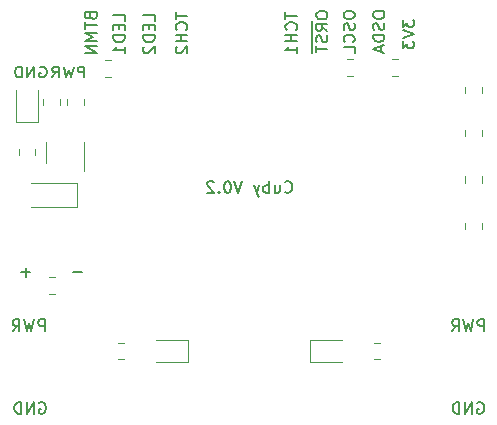
<source format=gbr>
G04 #@! TF.GenerationSoftware,KiCad,Pcbnew,(5.1.4)-1*
G04 #@! TF.CreationDate,2019-12-03T21:31:11+01:00*
G04 #@! TF.ProjectId,Top,546f702e-6b69-4636-9164-5f7063625858,rev?*
G04 #@! TF.SameCoordinates,Original*
G04 #@! TF.FileFunction,Legend,Bot*
G04 #@! TF.FilePolarity,Positive*
%FSLAX46Y46*%
G04 Gerber Fmt 4.6, Leading zero omitted, Abs format (unit mm)*
G04 Created by KiCad (PCBNEW (5.1.4)-1) date 2019-12-03 21:31:11*
%MOMM*%
%LPD*%
G04 APERTURE LIST*
%ADD10C,0.150000*%
%ADD11C,0.120000*%
G04 APERTURE END LIST*
D10*
X136355952Y-118171428D02*
X135594047Y-118171428D01*
X131955952Y-118171428D02*
X131194047Y-118171428D01*
X131575000Y-118552380D02*
X131575000Y-117790476D01*
X153501190Y-111332142D02*
X153548809Y-111379761D01*
X153691666Y-111427380D01*
X153786904Y-111427380D01*
X153929761Y-111379761D01*
X154025000Y-111284523D01*
X154072619Y-111189285D01*
X154120238Y-110998809D01*
X154120238Y-110855952D01*
X154072619Y-110665476D01*
X154025000Y-110570238D01*
X153929761Y-110475000D01*
X153786904Y-110427380D01*
X153691666Y-110427380D01*
X153548809Y-110475000D01*
X153501190Y-110522619D01*
X152644047Y-110760714D02*
X152644047Y-111427380D01*
X153072619Y-110760714D02*
X153072619Y-111284523D01*
X153025000Y-111379761D01*
X152929761Y-111427380D01*
X152786904Y-111427380D01*
X152691666Y-111379761D01*
X152644047Y-111332142D01*
X152167857Y-111427380D02*
X152167857Y-110427380D01*
X152167857Y-110808333D02*
X152072619Y-110760714D01*
X151882142Y-110760714D01*
X151786904Y-110808333D01*
X151739285Y-110855952D01*
X151691666Y-110951190D01*
X151691666Y-111236904D01*
X151739285Y-111332142D01*
X151786904Y-111379761D01*
X151882142Y-111427380D01*
X152072619Y-111427380D01*
X152167857Y-111379761D01*
X151358333Y-110760714D02*
X151120238Y-111427380D01*
X150882142Y-110760714D02*
X151120238Y-111427380D01*
X151215476Y-111665476D01*
X151263095Y-111713095D01*
X151358333Y-111760714D01*
X149882142Y-110427380D02*
X149548809Y-111427380D01*
X149215476Y-110427380D01*
X148691666Y-110427380D02*
X148596428Y-110427380D01*
X148501190Y-110475000D01*
X148453571Y-110522619D01*
X148405952Y-110617857D01*
X148358333Y-110808333D01*
X148358333Y-111046428D01*
X148405952Y-111236904D01*
X148453571Y-111332142D01*
X148501190Y-111379761D01*
X148596428Y-111427380D01*
X148691666Y-111427380D01*
X148786904Y-111379761D01*
X148834523Y-111332142D01*
X148882142Y-111236904D01*
X148929761Y-111046428D01*
X148929761Y-110808333D01*
X148882142Y-110617857D01*
X148834523Y-110522619D01*
X148786904Y-110475000D01*
X148691666Y-110427380D01*
X147929761Y-111332142D02*
X147882142Y-111379761D01*
X147929761Y-111427380D01*
X147977380Y-111379761D01*
X147929761Y-111332142D01*
X147929761Y-111427380D01*
X147501190Y-110522619D02*
X147453571Y-110475000D01*
X147358333Y-110427380D01*
X147120238Y-110427380D01*
X147025000Y-110475000D01*
X146977380Y-110522619D01*
X146929761Y-110617857D01*
X146929761Y-110713095D01*
X146977380Y-110855952D01*
X147548809Y-111427380D01*
X146929761Y-111427380D01*
D11*
X130715000Y-105435000D02*
X130715000Y-102750000D01*
X132635000Y-105435000D02*
X130715000Y-105435000D01*
X132635000Y-102750000D02*
X132635000Y-105435000D01*
X133315000Y-108900000D02*
X133315000Y-107100000D01*
X136535000Y-107100000D02*
X136535000Y-109550000D01*
X133503922Y-118540000D02*
X134021078Y-118540000D01*
X133503922Y-119960000D02*
X134021078Y-119960000D01*
X170210000Y-114508578D02*
X170210000Y-113991422D01*
X168790000Y-114508578D02*
X168790000Y-113991422D01*
X168790000Y-110558578D02*
X168790000Y-110041422D01*
X170210000Y-110558578D02*
X170210000Y-110041422D01*
X168790000Y-106141422D02*
X168790000Y-106658578D01*
X170210000Y-106141422D02*
X170210000Y-106658578D01*
X159246078Y-101535000D02*
X158728922Y-101535000D01*
X159246078Y-100115000D02*
X158728922Y-100115000D01*
X163071078Y-100115000D02*
X162553922Y-100115000D01*
X163071078Y-101535000D02*
X162553922Y-101535000D01*
X134435000Y-104008578D02*
X134435000Y-103491422D01*
X133015000Y-104008578D02*
X133015000Y-103491422D01*
X138266422Y-100165000D02*
X138783578Y-100165000D01*
X138266422Y-101585000D02*
X138783578Y-101585000D01*
X132385000Y-107741422D02*
X132385000Y-108258578D01*
X130965000Y-107741422D02*
X130965000Y-108258578D01*
X136485000Y-104008578D02*
X136485000Y-103491422D01*
X135065000Y-104008578D02*
X135065000Y-103491422D01*
X168790000Y-102491422D02*
X168790000Y-103008578D01*
X170210000Y-102491422D02*
X170210000Y-103008578D01*
X135900000Y-110625000D02*
X135900000Y-112625000D01*
X135900000Y-112625000D02*
X132000000Y-112625000D01*
X135900000Y-110625000D02*
X132000000Y-110625000D01*
X142600000Y-123865000D02*
X145285000Y-123865000D01*
X145285000Y-123865000D02*
X145285000Y-125785000D01*
X145285000Y-125785000D02*
X142600000Y-125785000D01*
X158325000Y-125785000D02*
X155640000Y-125785000D01*
X155640000Y-125785000D02*
X155640000Y-123865000D01*
X155640000Y-123865000D02*
X158325000Y-123865000D01*
X139341422Y-125535000D02*
X139858578Y-125535000D01*
X139341422Y-124115000D02*
X139858578Y-124115000D01*
X161583578Y-125535000D02*
X161066422Y-125535000D01*
X161583578Y-124115000D02*
X161066422Y-124115000D01*
D10*
X163507142Y-96761904D02*
X163507142Y-97380952D01*
X163850000Y-97047619D01*
X163850000Y-97190476D01*
X163892857Y-97285714D01*
X163935714Y-97333333D01*
X164021428Y-97380952D01*
X164235714Y-97380952D01*
X164321428Y-97333333D01*
X164364285Y-97285714D01*
X164407142Y-97190476D01*
X164407142Y-96904761D01*
X164364285Y-96809523D01*
X164321428Y-96761904D01*
X163507142Y-97666666D02*
X164407142Y-98000000D01*
X163507142Y-98333333D01*
X163507142Y-98571428D02*
X163507142Y-99190476D01*
X163850000Y-98857142D01*
X163850000Y-99000000D01*
X163892857Y-99095238D01*
X163935714Y-99142857D01*
X164021428Y-99190476D01*
X164235714Y-99190476D01*
X164321428Y-99142857D01*
X164364285Y-99095238D01*
X164407142Y-99000000D01*
X164407142Y-98714285D01*
X164364285Y-98619047D01*
X164321428Y-98571428D01*
X156182142Y-96297619D02*
X156182142Y-96488095D01*
X156225000Y-96583333D01*
X156310714Y-96678571D01*
X156482142Y-96726190D01*
X156782142Y-96726190D01*
X156953571Y-96678571D01*
X157039285Y-96583333D01*
X157082142Y-96488095D01*
X157082142Y-96297619D01*
X157039285Y-96202380D01*
X156953571Y-96107142D01*
X156782142Y-96059523D01*
X156482142Y-96059523D01*
X156310714Y-96107142D01*
X156225000Y-96202380D01*
X156182142Y-96297619D01*
X155832000Y-96916666D02*
X155832000Y-97916666D01*
X157082142Y-97726190D02*
X156653571Y-97392857D01*
X157082142Y-97154761D02*
X156182142Y-97154761D01*
X156182142Y-97535714D01*
X156225000Y-97630952D01*
X156267857Y-97678571D01*
X156353571Y-97726190D01*
X156482142Y-97726190D01*
X156567857Y-97678571D01*
X156610714Y-97630952D01*
X156653571Y-97535714D01*
X156653571Y-97154761D01*
X155832000Y-97916666D02*
X155832000Y-98869047D01*
X157039285Y-98107142D02*
X157082142Y-98250000D01*
X157082142Y-98488095D01*
X157039285Y-98583333D01*
X156996428Y-98630952D01*
X156910714Y-98678571D01*
X156825000Y-98678571D01*
X156739285Y-98630952D01*
X156696428Y-98583333D01*
X156653571Y-98488095D01*
X156610714Y-98297619D01*
X156567857Y-98202380D01*
X156525000Y-98154761D01*
X156439285Y-98107142D01*
X156353571Y-98107142D01*
X156267857Y-98154761D01*
X156225000Y-98202380D01*
X156182142Y-98297619D01*
X156182142Y-98535714D01*
X156225000Y-98678571D01*
X155832000Y-98869047D02*
X155832000Y-99630952D01*
X156182142Y-98964285D02*
X156182142Y-99535714D01*
X157082142Y-99250000D02*
X156182142Y-99250000D01*
X158507142Y-96273809D02*
X158507142Y-96464285D01*
X158550000Y-96559523D01*
X158635714Y-96654761D01*
X158807142Y-96702380D01*
X159107142Y-96702380D01*
X159278571Y-96654761D01*
X159364285Y-96559523D01*
X159407142Y-96464285D01*
X159407142Y-96273809D01*
X159364285Y-96178571D01*
X159278571Y-96083333D01*
X159107142Y-96035714D01*
X158807142Y-96035714D01*
X158635714Y-96083333D01*
X158550000Y-96178571D01*
X158507142Y-96273809D01*
X159364285Y-97083333D02*
X159407142Y-97226190D01*
X159407142Y-97464285D01*
X159364285Y-97559523D01*
X159321428Y-97607142D01*
X159235714Y-97654761D01*
X159150000Y-97654761D01*
X159064285Y-97607142D01*
X159021428Y-97559523D01*
X158978571Y-97464285D01*
X158935714Y-97273809D01*
X158892857Y-97178571D01*
X158850000Y-97130952D01*
X158764285Y-97083333D01*
X158678571Y-97083333D01*
X158592857Y-97130952D01*
X158550000Y-97178571D01*
X158507142Y-97273809D01*
X158507142Y-97511904D01*
X158550000Y-97654761D01*
X159321428Y-98654761D02*
X159364285Y-98607142D01*
X159407142Y-98464285D01*
X159407142Y-98369047D01*
X159364285Y-98226190D01*
X159278571Y-98130952D01*
X159192857Y-98083333D01*
X159021428Y-98035714D01*
X158892857Y-98035714D01*
X158721428Y-98083333D01*
X158635714Y-98130952D01*
X158550000Y-98226190D01*
X158507142Y-98369047D01*
X158507142Y-98464285D01*
X158550000Y-98607142D01*
X158592857Y-98654761D01*
X159407142Y-99559523D02*
X159407142Y-99083333D01*
X158507142Y-99083333D01*
X161007142Y-96250000D02*
X161007142Y-96440476D01*
X161050000Y-96535714D01*
X161135714Y-96630952D01*
X161307142Y-96678571D01*
X161607142Y-96678571D01*
X161778571Y-96630952D01*
X161864285Y-96535714D01*
X161907142Y-96440476D01*
X161907142Y-96250000D01*
X161864285Y-96154761D01*
X161778571Y-96059523D01*
X161607142Y-96011904D01*
X161307142Y-96011904D01*
X161135714Y-96059523D01*
X161050000Y-96154761D01*
X161007142Y-96250000D01*
X161864285Y-97059523D02*
X161907142Y-97202380D01*
X161907142Y-97440476D01*
X161864285Y-97535714D01*
X161821428Y-97583333D01*
X161735714Y-97630952D01*
X161650000Y-97630952D01*
X161564285Y-97583333D01*
X161521428Y-97535714D01*
X161478571Y-97440476D01*
X161435714Y-97250000D01*
X161392857Y-97154761D01*
X161350000Y-97107142D01*
X161264285Y-97059523D01*
X161178571Y-97059523D01*
X161092857Y-97107142D01*
X161050000Y-97154761D01*
X161007142Y-97250000D01*
X161007142Y-97488095D01*
X161050000Y-97630952D01*
X161907142Y-98059523D02*
X161007142Y-98059523D01*
X161007142Y-98297619D01*
X161050000Y-98440476D01*
X161135714Y-98535714D01*
X161221428Y-98583333D01*
X161392857Y-98630952D01*
X161521428Y-98630952D01*
X161692857Y-98583333D01*
X161778571Y-98535714D01*
X161864285Y-98440476D01*
X161907142Y-98297619D01*
X161907142Y-98059523D01*
X161650000Y-99011904D02*
X161650000Y-99488095D01*
X161907142Y-98916666D02*
X161007142Y-99250000D01*
X161907142Y-99583333D01*
X132761904Y-100800000D02*
X132857142Y-100757142D01*
X133000000Y-100757142D01*
X133142857Y-100800000D01*
X133238095Y-100885714D01*
X133285714Y-100971428D01*
X133333333Y-101142857D01*
X133333333Y-101271428D01*
X133285714Y-101442857D01*
X133238095Y-101528571D01*
X133142857Y-101614285D01*
X133000000Y-101657142D01*
X132904761Y-101657142D01*
X132761904Y-101614285D01*
X132714285Y-101571428D01*
X132714285Y-101271428D01*
X132904761Y-101271428D01*
X132285714Y-101657142D02*
X132285714Y-100757142D01*
X131714285Y-101657142D01*
X131714285Y-100757142D01*
X131238095Y-101657142D02*
X131238095Y-100757142D01*
X131000000Y-100757142D01*
X130857142Y-100800000D01*
X130761904Y-100885714D01*
X130714285Y-100971428D01*
X130666666Y-101142857D01*
X130666666Y-101271428D01*
X130714285Y-101442857D01*
X130761904Y-101528571D01*
X130857142Y-101614285D01*
X131000000Y-101657142D01*
X131238095Y-101657142D01*
X136533333Y-101657142D02*
X136533333Y-100757142D01*
X136152380Y-100757142D01*
X136057142Y-100800000D01*
X136009523Y-100842857D01*
X135961904Y-100928571D01*
X135961904Y-101057142D01*
X136009523Y-101142857D01*
X136057142Y-101185714D01*
X136152380Y-101228571D01*
X136533333Y-101228571D01*
X135628571Y-100757142D02*
X135390476Y-101657142D01*
X135200000Y-101014285D01*
X135009523Y-101657142D01*
X134771428Y-100757142D01*
X133819047Y-101657142D02*
X134152380Y-101228571D01*
X134390476Y-101657142D02*
X134390476Y-100757142D01*
X134009523Y-100757142D01*
X133914285Y-100800000D01*
X133866666Y-100842857D01*
X133819047Y-100928571D01*
X133819047Y-101057142D01*
X133866666Y-101142857D01*
X133914285Y-101185714D01*
X134009523Y-101228571D01*
X134390476Y-101228571D01*
X132711904Y-129200000D02*
X132807142Y-129152380D01*
X132950000Y-129152380D01*
X133092857Y-129200000D01*
X133188095Y-129295238D01*
X133235714Y-129390476D01*
X133283333Y-129580952D01*
X133283333Y-129723809D01*
X133235714Y-129914285D01*
X133188095Y-130009523D01*
X133092857Y-130104761D01*
X132950000Y-130152380D01*
X132854761Y-130152380D01*
X132711904Y-130104761D01*
X132664285Y-130057142D01*
X132664285Y-129723809D01*
X132854761Y-129723809D01*
X132235714Y-130152380D02*
X132235714Y-129152380D01*
X131664285Y-130152380D01*
X131664285Y-129152380D01*
X131188095Y-130152380D02*
X131188095Y-129152380D01*
X130950000Y-129152380D01*
X130807142Y-129200000D01*
X130711904Y-129295238D01*
X130664285Y-129390476D01*
X130616666Y-129580952D01*
X130616666Y-129723809D01*
X130664285Y-129914285D01*
X130711904Y-130009523D01*
X130807142Y-130104761D01*
X130950000Y-130152380D01*
X131188095Y-130152380D01*
X169811904Y-129200000D02*
X169907142Y-129152380D01*
X170050000Y-129152380D01*
X170192857Y-129200000D01*
X170288095Y-129295238D01*
X170335714Y-129390476D01*
X170383333Y-129580952D01*
X170383333Y-129723809D01*
X170335714Y-129914285D01*
X170288095Y-130009523D01*
X170192857Y-130104761D01*
X170050000Y-130152380D01*
X169954761Y-130152380D01*
X169811904Y-130104761D01*
X169764285Y-130057142D01*
X169764285Y-129723809D01*
X169954761Y-129723809D01*
X169335714Y-130152380D02*
X169335714Y-129152380D01*
X168764285Y-130152380D01*
X168764285Y-129152380D01*
X168288095Y-130152380D02*
X168288095Y-129152380D01*
X168050000Y-129152380D01*
X167907142Y-129200000D01*
X167811904Y-129295238D01*
X167764285Y-129390476D01*
X167716666Y-129580952D01*
X167716666Y-129723809D01*
X167764285Y-129914285D01*
X167811904Y-130009523D01*
X167907142Y-130104761D01*
X168050000Y-130152380D01*
X168288095Y-130152380D01*
X133183333Y-123152380D02*
X133183333Y-122152380D01*
X132802380Y-122152380D01*
X132707142Y-122200000D01*
X132659523Y-122247619D01*
X132611904Y-122342857D01*
X132611904Y-122485714D01*
X132659523Y-122580952D01*
X132707142Y-122628571D01*
X132802380Y-122676190D01*
X133183333Y-122676190D01*
X132278571Y-122152380D02*
X132040476Y-123152380D01*
X131850000Y-122438095D01*
X131659523Y-123152380D01*
X131421428Y-122152380D01*
X130469047Y-123152380D02*
X130802380Y-122676190D01*
X131040476Y-123152380D02*
X131040476Y-122152380D01*
X130659523Y-122152380D01*
X130564285Y-122200000D01*
X130516666Y-122247619D01*
X130469047Y-122342857D01*
X130469047Y-122485714D01*
X130516666Y-122580952D01*
X130564285Y-122628571D01*
X130659523Y-122676190D01*
X131040476Y-122676190D01*
X170383333Y-123152380D02*
X170383333Y-122152380D01*
X170002380Y-122152380D01*
X169907142Y-122200000D01*
X169859523Y-122247619D01*
X169811904Y-122342857D01*
X169811904Y-122485714D01*
X169859523Y-122580952D01*
X169907142Y-122628571D01*
X170002380Y-122676190D01*
X170383333Y-122676190D01*
X169478571Y-122152380D02*
X169240476Y-123152380D01*
X169050000Y-122438095D01*
X168859523Y-123152380D01*
X168621428Y-122152380D01*
X167669047Y-123152380D02*
X168002380Y-122676190D01*
X168240476Y-123152380D02*
X168240476Y-122152380D01*
X167859523Y-122152380D01*
X167764285Y-122200000D01*
X167716666Y-122247619D01*
X167669047Y-122342857D01*
X167669047Y-122485714D01*
X167716666Y-122580952D01*
X167764285Y-122628571D01*
X167859523Y-122676190D01*
X168240476Y-122676190D01*
X137053571Y-96445238D02*
X137101190Y-96588095D01*
X137148809Y-96635714D01*
X137244047Y-96683333D01*
X137386904Y-96683333D01*
X137482142Y-96635714D01*
X137529761Y-96588095D01*
X137577380Y-96492857D01*
X137577380Y-96111904D01*
X136577380Y-96111904D01*
X136577380Y-96445238D01*
X136625000Y-96540476D01*
X136672619Y-96588095D01*
X136767857Y-96635714D01*
X136863095Y-96635714D01*
X136958333Y-96588095D01*
X137005952Y-96540476D01*
X137053571Y-96445238D01*
X137053571Y-96111904D01*
X136577380Y-96969047D02*
X136577380Y-97540476D01*
X137577380Y-97254761D02*
X136577380Y-97254761D01*
X137577380Y-97873809D02*
X136577380Y-97873809D01*
X137291666Y-98207142D01*
X136577380Y-98540476D01*
X137577380Y-98540476D01*
X137577380Y-99016666D02*
X136577380Y-99016666D01*
X137577380Y-99588095D01*
X136577380Y-99588095D01*
X139977380Y-96855952D02*
X139977380Y-96379761D01*
X138977380Y-96379761D01*
X139453571Y-97189285D02*
X139453571Y-97522619D01*
X139977380Y-97665476D02*
X139977380Y-97189285D01*
X138977380Y-97189285D01*
X138977380Y-97665476D01*
X139977380Y-98094047D02*
X138977380Y-98094047D01*
X138977380Y-98332142D01*
X139025000Y-98475000D01*
X139120238Y-98570238D01*
X139215476Y-98617857D01*
X139405952Y-98665476D01*
X139548809Y-98665476D01*
X139739285Y-98617857D01*
X139834523Y-98570238D01*
X139929761Y-98475000D01*
X139977380Y-98332142D01*
X139977380Y-98094047D01*
X139977380Y-99617857D02*
X139977380Y-99046428D01*
X139977380Y-99332142D02*
X138977380Y-99332142D01*
X139120238Y-99236904D01*
X139215476Y-99141666D01*
X139263095Y-99046428D01*
X142502380Y-96855952D02*
X142502380Y-96379761D01*
X141502380Y-96379761D01*
X141978571Y-97189285D02*
X141978571Y-97522619D01*
X142502380Y-97665476D02*
X142502380Y-97189285D01*
X141502380Y-97189285D01*
X141502380Y-97665476D01*
X142502380Y-98094047D02*
X141502380Y-98094047D01*
X141502380Y-98332142D01*
X141550000Y-98475000D01*
X141645238Y-98570238D01*
X141740476Y-98617857D01*
X141930952Y-98665476D01*
X142073809Y-98665476D01*
X142264285Y-98617857D01*
X142359523Y-98570238D01*
X142454761Y-98475000D01*
X142502380Y-98332142D01*
X142502380Y-98094047D01*
X141597619Y-99046428D02*
X141550000Y-99094047D01*
X141502380Y-99189285D01*
X141502380Y-99427380D01*
X141550000Y-99522619D01*
X141597619Y-99570238D01*
X141692857Y-99617857D01*
X141788095Y-99617857D01*
X141930952Y-99570238D01*
X142502380Y-98998809D01*
X142502380Y-99617857D01*
X153557380Y-96139285D02*
X153557380Y-96710714D01*
X154557380Y-96425000D02*
X153557380Y-96425000D01*
X154462142Y-97615476D02*
X154509761Y-97567857D01*
X154557380Y-97425000D01*
X154557380Y-97329761D01*
X154509761Y-97186904D01*
X154414523Y-97091666D01*
X154319285Y-97044047D01*
X154128809Y-96996428D01*
X153985952Y-96996428D01*
X153795476Y-97044047D01*
X153700238Y-97091666D01*
X153605000Y-97186904D01*
X153557380Y-97329761D01*
X153557380Y-97425000D01*
X153605000Y-97567857D01*
X153652619Y-97615476D01*
X154557380Y-98044047D02*
X153557380Y-98044047D01*
X154033571Y-98044047D02*
X154033571Y-98615476D01*
X154557380Y-98615476D02*
X153557380Y-98615476D01*
X154557380Y-99615476D02*
X154557380Y-99044047D01*
X154557380Y-99329761D02*
X153557380Y-99329761D01*
X153700238Y-99234523D01*
X153795476Y-99139285D01*
X153843095Y-99044047D01*
X144252380Y-96139285D02*
X144252380Y-96710714D01*
X145252380Y-96425000D02*
X144252380Y-96425000D01*
X145157142Y-97615476D02*
X145204761Y-97567857D01*
X145252380Y-97425000D01*
X145252380Y-97329761D01*
X145204761Y-97186904D01*
X145109523Y-97091666D01*
X145014285Y-97044047D01*
X144823809Y-96996428D01*
X144680952Y-96996428D01*
X144490476Y-97044047D01*
X144395238Y-97091666D01*
X144300000Y-97186904D01*
X144252380Y-97329761D01*
X144252380Y-97425000D01*
X144300000Y-97567857D01*
X144347619Y-97615476D01*
X145252380Y-98044047D02*
X144252380Y-98044047D01*
X144728571Y-98044047D02*
X144728571Y-98615476D01*
X145252380Y-98615476D02*
X144252380Y-98615476D01*
X144347619Y-99044047D02*
X144300000Y-99091666D01*
X144252380Y-99186904D01*
X144252380Y-99425000D01*
X144300000Y-99520238D01*
X144347619Y-99567857D01*
X144442857Y-99615476D01*
X144538095Y-99615476D01*
X144680952Y-99567857D01*
X145252380Y-98996428D01*
X145252380Y-99615476D01*
M02*

</source>
